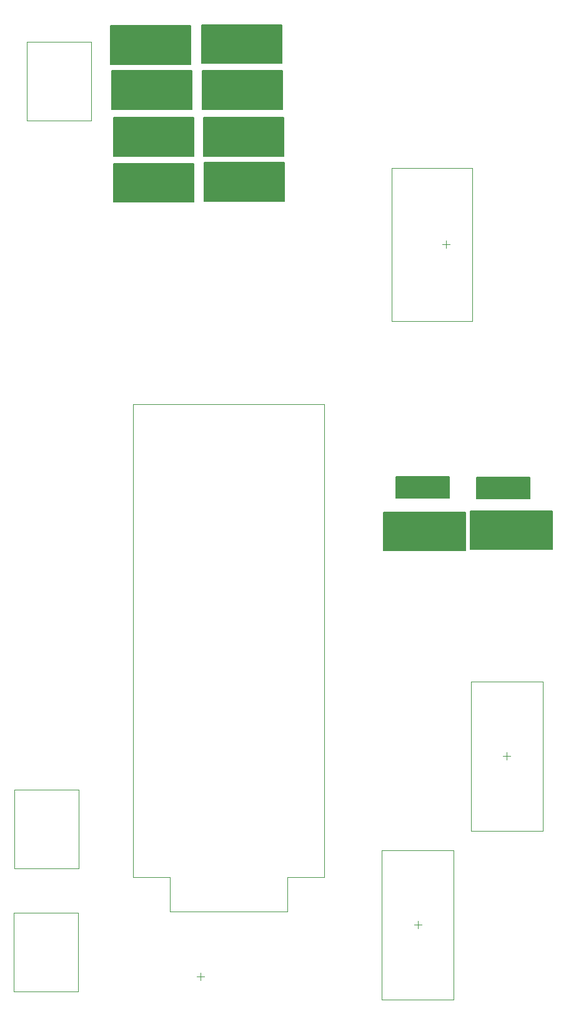
<source format=gbr>
%TF.GenerationSoftware,Altium Limited,Altium Designer,25.8.1 (18)*%
G04 Layer_Color=32768*
%FSLAX45Y45*%
%MOMM*%
%TF.SameCoordinates,412E6415-05C8-40E6-B22C-806341DFC968*%
%TF.FilePolarity,Positive*%
%TF.FileFunction,Other,Mechanical_15*%
%TF.Part,Single*%
G01*
G75*
%TA.AperFunction,NonConductor*%
%ADD45C,0.15240*%
%ADD66C,0.10000*%
%ADD69C,0.05000*%
G36*
X10421620Y12350750D02*
X9339580D01*
Y12871449D01*
X10421620D01*
Y12350750D01*
D02*
G37*
G36*
X9189720Y12338050D02*
X8107680D01*
Y12858749D01*
X9189720D01*
Y12338050D01*
D02*
G37*
G36*
X12655550Y8321800D02*
X11931650D01*
Y8610600D01*
X12655550D01*
Y8321800D01*
D02*
G37*
G36*
X13747749Y8318500D02*
X13023849D01*
Y8607300D01*
X13747749D01*
Y8318500D01*
D02*
G37*
G36*
X14048579Y7628890D02*
X12946220D01*
Y8144510D01*
X14048579D01*
Y7628890D01*
D02*
G37*
G36*
X12872881Y7616190D02*
X11770520D01*
Y8131810D01*
X12872881D01*
Y7616190D01*
D02*
G37*
G36*
X9189720Y12960350D02*
X8107680D01*
Y13481050D01*
X9189720D01*
Y12960350D01*
D02*
G37*
G36*
X9164320Y13595351D02*
X8082280D01*
Y14116051D01*
X9164320D01*
Y13595351D01*
D02*
G37*
G36*
X8069580Y14725650D02*
X9151620D01*
Y14204950D01*
X8069580D01*
Y14725650D01*
D02*
G37*
G36*
X9326880Y13481050D02*
X10408920D01*
Y12960350D01*
X9326880D01*
Y13481050D01*
D02*
G37*
G36*
X10396220Y13595351D02*
X9314180D01*
Y14116051D01*
X10396220D01*
Y13595351D01*
D02*
G37*
G36*
X9301480Y14738350D02*
X10383520D01*
Y14217650D01*
X9301480D01*
Y14738350D01*
D02*
G37*
D45*
X11770520Y7616190D02*
Y8131810D01*
Y7616190D02*
X12872881D01*
Y8131810D01*
X11770520D02*
X12872881D01*
X12946220Y7628890D02*
Y8144510D01*
Y7628890D02*
X14048579D01*
Y8144510D01*
X12946220D02*
X14048579D01*
X11931650Y8321800D02*
Y8610600D01*
Y8321800D02*
X12655550D01*
Y8610600D01*
X11931650D02*
X12655550D01*
X13747749Y8318500D02*
Y8607300D01*
X13023849D02*
X13747749D01*
X13023849Y8318500D02*
Y8607300D01*
Y8318500D02*
X13747749D01*
X9314180Y13595351D02*
Y14116051D01*
X10396220D01*
Y13595351D02*
Y14116051D01*
X9314180Y13595351D02*
X10396220D01*
X9339580Y12350750D02*
Y12871449D01*
X10421620D01*
Y12350750D02*
Y12871449D01*
X9339580Y12350750D02*
X10421620D01*
X10408920Y12960350D02*
Y13481050D01*
X9326880Y12960350D02*
X10408920D01*
X9326880D02*
Y13481050D01*
X10408920D01*
X10383520Y14217650D02*
Y14738350D01*
X9301480Y14217650D02*
X10383520D01*
X9301480D02*
Y14738350D01*
X10383520D01*
X8107680Y12960350D02*
X9189720D01*
Y13481050D01*
X8107680D02*
X9189720D01*
X8107680Y12960350D02*
Y13481050D01*
X8082280Y13595351D02*
X9164320D01*
Y14116051D01*
X8082280D02*
X9164320D01*
X8082280Y13595351D02*
Y14116051D01*
X9189720Y12338050D02*
Y12858749D01*
X8107680Y12338050D02*
X9189720D01*
X8107680D02*
Y12858749D01*
X9189720D01*
X9151620Y14204950D02*
Y14725650D01*
X8069580Y14204950D02*
X9151620D01*
X8069580D02*
Y14725650D01*
X9151620D01*
D66*
X12611100Y11710200D02*
Y11810200D01*
X12561100Y11760200D02*
X12661100D01*
X12230100Y2490000D02*
Y2590000D01*
X12180100Y2540000D02*
X12280100D01*
X13436600Y4776000D02*
Y4876000D01*
X13386600Y4826000D02*
X13486600D01*
X9233700Y1841500D02*
X9333700D01*
X9283700Y1791500D02*
Y1891500D01*
D69*
X8869700Y2724500D02*
Y3187800D01*
Y2724500D02*
X10459700D01*
Y3187800D01*
X10959700D02*
Y9598800D01*
X8369700D02*
X10959700D01*
X8369700Y3187800D02*
Y9598800D01*
Y3187800D02*
X8869700D01*
X10459700D02*
X10959700D01*
X11877100Y12795200D02*
X12965100D01*
X11877100Y10725200D02*
X12965100D01*
X11877100D02*
Y12795200D01*
X12965100Y10725200D02*
Y12795200D01*
X11745100Y1530000D02*
X12715100D01*
X11745100Y3550000D02*
X12715100D01*
Y1530000D02*
Y3550000D01*
X11745100Y1530000D02*
Y3550000D01*
X12951601Y3816000D02*
X13921600D01*
X12951601Y5836000D02*
X13921600D01*
Y3816000D02*
Y5836000D01*
X12951601Y3816000D02*
Y5836000D01*
X6931000Y14503000D02*
X7801000D01*
X6931000Y13437000D02*
Y14503000D01*
Y13437000D02*
X7801000D01*
Y14503000D01*
X7623200Y1638700D02*
Y2704700D01*
X6753200Y1638700D02*
X7623200D01*
X6753200D02*
Y2704700D01*
X7623200D01*
X7635900Y3302400D02*
Y4368400D01*
X6765900Y3302400D02*
X7635900D01*
X6765900D02*
Y4368400D01*
X7635900D01*
%TF.MD5,5a90afb11aa7d55b782a196a4af1f42b*%
M02*

</source>
